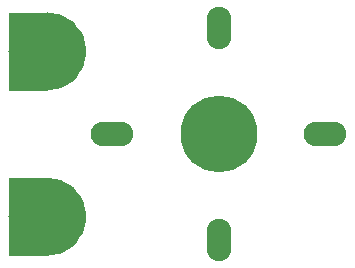
<source format=gbr>
%TF.GenerationSoftware,KiCad,Pcbnew,(6.0.0)*%
%TF.CreationDate,2022-07-17T22:10:51+12:00*%
%TF.ProjectId,MOTOR_TERMINAL_BREAKOUT_25,4d4f544f-525f-4544-9552-4d494e414c5f,0A*%
%TF.SameCoordinates,Original*%
%TF.FileFunction,Soldermask,Bot*%
%TF.FilePolarity,Negative*%
%FSLAX46Y46*%
G04 Gerber Fmt 4.6, Leading zero omitted, Abs format (unit mm)*
G04 Created by KiCad (PCBNEW (6.0.0)) date 2022-07-17 22:10:51*
%MOMM*%
%LPD*%
G01*
G04 APERTURE LIST*
%ADD10C,0.100000*%
%ADD11C,3.300000*%
%ADD12O,3.600000X2.100000*%
%ADD13O,2.100000X3.600000*%
%ADD14C,3.600000*%
%ADD15C,5.700000*%
%ADD16C,6.500000*%
G04 APERTURE END LIST*
D10*
X202250000Y-139750000D02*
X205500000Y-139750000D01*
X205500000Y-139750000D02*
X205500000Y-146250000D01*
X205500000Y-146250000D02*
X202250000Y-146250000D01*
X202250000Y-146250000D02*
X202250000Y-139750000D01*
G36*
X202250000Y-139750000D02*
G01*
X205500000Y-139750000D01*
X205500000Y-146250000D01*
X202250000Y-146250000D01*
X202250000Y-139750000D01*
G37*
D11*
X207150000Y-143000000D02*
G75*
G03*
X207150000Y-143000000I-1650000J0D01*
G01*
D10*
X202250000Y-153750000D02*
X205500000Y-153750000D01*
X205500000Y-153750000D02*
X205500000Y-160250000D01*
X205500000Y-160250000D02*
X202250000Y-160250000D01*
X202250000Y-160250000D02*
X202250000Y-153750000D01*
G36*
X202250000Y-153750000D02*
G01*
X205500000Y-153750000D01*
X205500000Y-160250000D01*
X202250000Y-160250000D01*
X202250000Y-153750000D01*
G37*
D11*
X207150000Y-157000000D02*
G75*
G03*
X207150000Y-157000000I-1650000J0D01*
G01*
D12*
%TO.C,H5*%
X211000000Y-150000000D03*
%TD*%
%TO.C,H12*%
X229000000Y-150000000D03*
%TD*%
D13*
%TO.C,H3*%
X220000000Y-141000000D03*
%TD*%
%TO.C,H6*%
X220000000Y-159000000D03*
%TD*%
D14*
%TO.C,H1*%
X205500000Y-143000000D03*
D15*
X205500000Y-143000000D03*
%TD*%
D16*
%TO.C,H13*%
X220000000Y-150000000D03*
%TD*%
D14*
%TO.C,H2*%
X205500000Y-157000000D03*
D15*
X205500000Y-157000000D03*
%TD*%
M02*

</source>
